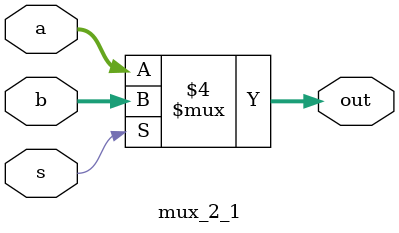
<source format=v>
module mux_2_1(a,
               b,
               s,
               out);
    input[7:0] a,b;
    input s;
    output[7:0] out;
    reg[7:0] out;
    
    always@ (*)
    begin
        if (s == 0)
        begin
            out <= a;
        end
        else
        begin
            out <= b;
        end
    end
endmodule

</source>
